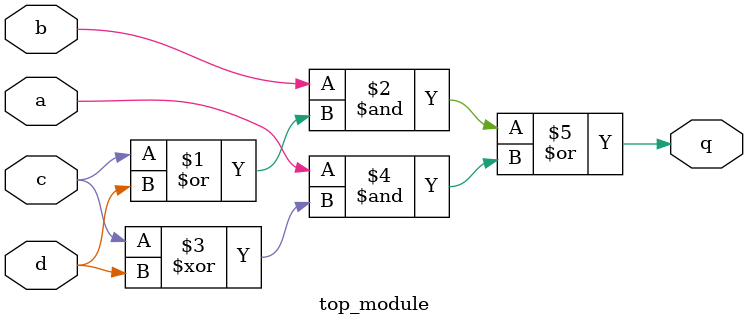
<source format=sv>
module top_module (
    input a, 
    input b, 
    input c, 
    input d,
    output q
);

    assign q = (b & (c | d)) | (a & (c ^ d));

endmodule

</source>
